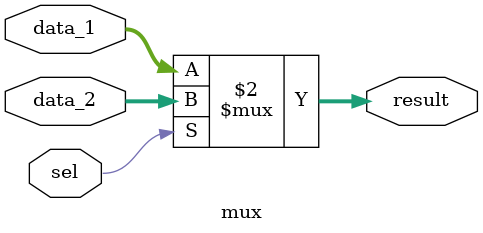
<source format=v>
module mux(input wire sel , input wire [31:0] data_1 , data_2 , output wire [31:0] result);
assign result = (sel == 0)?data_1:data_2 ; 
endmodule 
</source>
